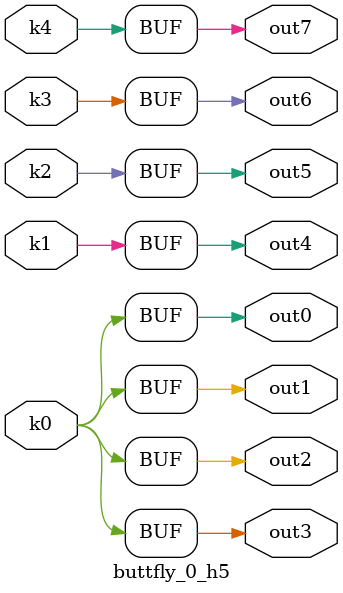
<source format=v>
module buttfly_0(pi00, pi01, pi02, pi03, pi04, pi05, pi06, pi07, pi08, pi09, po0, po1, po2, po3, po4, po5, po6, po7);
input pi00, pi01, pi02, pi03, pi04, pi05, pi06, pi07, pi08, pi09;
output po0, po1, po2, po3, po4, po5, po6, po7;
wire k0, k1, k2, k3, k4;
buttfly_0_w5 DUT1 (pi00, pi01, pi02, pi03, pi04, pi05, pi06, pi07, pi08, pi09, k0, k1, k2, k3, k4);
buttfly_0_h5 DUT2 (k0, k1, k2, k3, k4, po0, po1, po2, po3, po4, po5, po6, po7);
endmodule

module buttfly_0_w5(in9, in8, in7, in6, in5, in4, in3, in2, in1, in0, k4, k3, k2, k1, k0);
input in9, in8, in7, in6, in5, in4, in3, in2, in1, in0;
output k4, k3, k2, k1, k0;
assign k0 =   (in1 & (in9 ^ in6)) | (in0 & (~in9 ^ in6));
assign k1 =   (((in9 & (in6 | in3)) | (in6 & in3)) & (~in7 | ~in4) & (in8 | in5)) | (in8 & in5 & (~in7 | ~in4)) | (~in7 & ~in4);
assign k2 =   ((in7 ^ in4) & (((in8 | in5) & ((in3 & (in9 | in6)) | (in9 & in6))) | (in8 & in5))) | ((~in8 | ~in5) & ((~in9 & ~in6) | (in2 & (~in9 | ~in6))) & (~in7 ^ in4)) | (~in8 & ~in5 & (~in7 ^ in4));
assign k3 =   ((in8 ^ in5) & ((in3 & (in9 | in6)) | (in9 & in6))) | (((~in9 & ~in6) | (in2 & (~in9 | ~in6))) & (~in8 ^ in5));
assign k4 =   (in3 & (in9 ^ in6)) | (in2 & (~in9 ^ in6));
endmodule

module buttfly_0_h5(k4, k3, k2, k1, k0, out7, out6, out5, out4, out3, out2, out1, out0);
input k4, k3, k2, k1, k0;
output out7, out6, out5, out4, out3, out2, out1, out0;
assign out0 = k0;
assign out1 = k0;
assign out2 = k0;
assign out3 = k0;
assign out4 = k1;
assign out5 = k2;
assign out6 = k3;
assign out7 = k4;
endmodule

</source>
